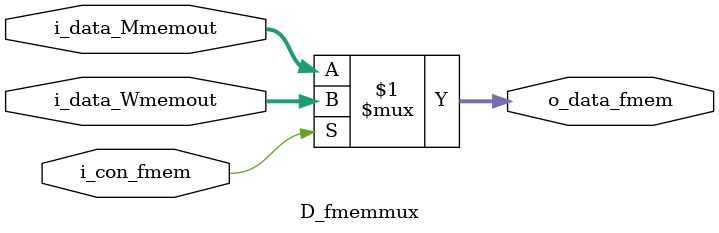
<source format=sv>
module D_fmemmux(
	input logic [31:0] i_data_Mmemout,
	input logic [31:0] i_data_Wmemout,
	input logic i_con_fmem,
	output logic [31:0] o_data_fmem
	);

assign o_data_fmem = i_con_fmem ? i_data_Wmemout : i_data_Mmemout;

endmodule
</source>
